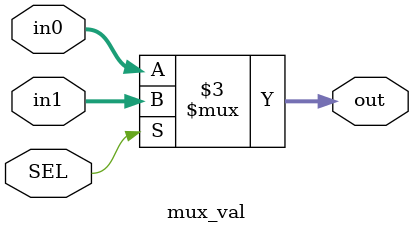
<source format=v>
module mux_val (
	// Input signals
	input [7:0] in0,
	input [7:0] in1,
	// Selectors
	input SEL,
	// Output signals
	output reg [7:0] out
	);
	
	always @(*)
		begin
			if (SEL)
				out <= in1;
			else
				out <= in0;
		end

endmodule
		
</source>
